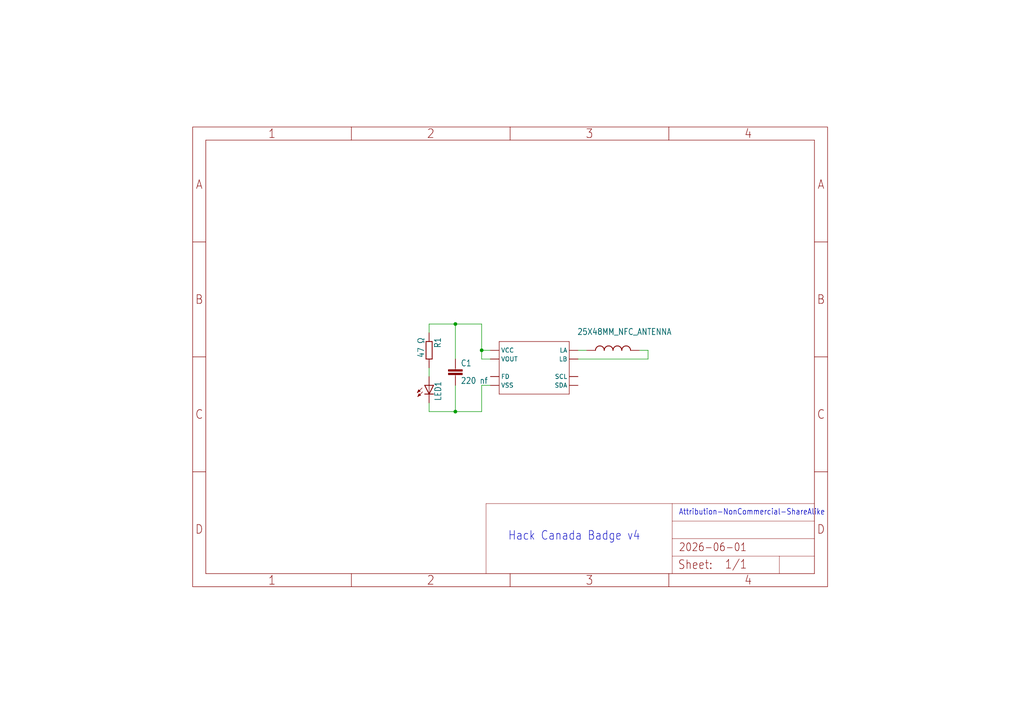
<source format=kicad_sch>
(kicad_sch (version 20231120) (generator "eeschema") (generator_version "8.0")
  (paper "A4")
  (lib_symbols
    (symbol "F71CEPLJRETY32Q-eagle-import:25X48MM_NFC_ANTENNA"
      (symbol "25X48MM_NFC_ANTENNA_1_0"
        (arc (start 0 -5.08) (mid 1.27 -3.81) (end 0 -2.54) (stroke (width 0.254)))
        (arc (start 0 -2.54) (mid 1.27 -1.27) (end 0 0) (stroke (width 0.254)))
        (arc (start 0 0) (mid 1.27 1.27) (end 0 2.54) (stroke (width 0.254)))
        (arc (start 0 2.54) (mid 1.27 3.81) (end 0 5.08) (stroke (width 0.254)))
        (pin bidirectional line (at 0 7.62 270) (length 2.54) (name "P$1") (number "P$1"))
        (pin bidirectional line (at 0 -7.62 90) (length 2.54) (name "P$2") (number "P$2"))
      )
    )
    (symbol "F71CEPLJRETY32Q-eagle-import:A5L-LOC"
      (symbol "A5L-LOC_1_0"
        (polyline (pts (xy 0 33.3375) (xy 3.81 33.3375)))
        (polyline (pts (xy 0 66.675) (xy 3.81 66.675)))
        (polyline (pts (xy 0 100.0125) (xy 3.81 100.0125)))
        (polyline (pts (xy 3.81 3.81) (xy 3.81 129.54)))
        (polyline (pts (xy 46.0375 0) (xy 46.0375 3.81)))
        (polyline (pts (xy 46.0375 129.54) (xy 46.0375 133.35)))
        (polyline (pts (xy 85.09 3.81) (xy 85.09 24.13)) (stroke (width 0.1016)))
        (polyline (pts (xy 85.09 24.13) (xy 139.065 24.13)) (stroke (width 0.1016)))
        (polyline (pts (xy 92.075 0) (xy 92.075 3.81)))
        (polyline (pts (xy 92.075 129.54) (xy 92.075 133.35)))
        (polyline (pts (xy 138.1125 0) (xy 138.1125 3.81)))
        (polyline (pts (xy 138.1125 129.54) (xy 138.1125 133.35)))
        (polyline (pts (xy 139.065 8.89) (xy 139.065 3.81)) (stroke (width 0.1016)))
        (polyline (pts (xy 139.065 8.89) (xy 139.065 13.97)) (stroke (width 0.1016)))
        (polyline (pts (xy 139.065 13.97) (xy 139.065 19.05)) (stroke (width 0.1016)))
        (polyline (pts (xy 139.065 13.97) (xy 180.34 13.97)) (stroke (width 0.1016)))
        (polyline (pts (xy 139.065 19.05) (xy 139.065 24.13)) (stroke (width 0.1016)))
        (polyline (pts (xy 139.065 19.05) (xy 180.34 19.05)) (stroke (width 0.1016)))
        (polyline (pts (xy 139.065 24.13) (xy 180.34 24.13)) (stroke (width 0.1016)))
        (polyline (pts (xy 170.18 3.81) (xy 170.18 8.89)) (stroke (width 0.1016)))
        (polyline (pts (xy 170.18 8.89) (xy 139.065 8.89)) (stroke (width 0.1016)))
        (polyline (pts (xy 170.18 8.89) (xy 180.34 8.89)) (stroke (width 0.1016)))
        (polyline (pts (xy 180.34 3.81) (xy 3.81 3.81)))
        (polyline (pts (xy 180.34 3.81) (xy 180.34 129.54)))
        (polyline (pts (xy 180.34 33.3375) (xy 184.15 33.3375)))
        (polyline (pts (xy 180.34 66.675) (xy 184.15 66.675)))
        (polyline (pts (xy 180.34 100.0125) (xy 184.15 100.0125)))
        (polyline (pts (xy 180.34 129.54) (xy 3.81 129.54)))
        (polyline (pts (xy 0 0) (xy 184.15 0) (xy 184.15 133.35) (xy 0 133.35) (xy 0 0)))
        (text "${#}/${##}" (at 154.305 5.08 0) (effects (font (size 2.54 2.159)) (justify left bottom)))
        (text "${CURRENT_DATE}" (at 140.97 10.16 0) (effects (font (size 2.286 1.9431)) (justify left bottom)))
        (text "${PROJECTNAME}" (at 140.97 15.24 0) (effects (font (size 2.54 2.159)) (justify left bottom)))
        (text "1" (at 23.0188 1.905 0) (effects (font (size 2.54 2.286))))
        (text "1" (at 23.0188 131.445 0) (effects (font (size 2.54 2.286))))
        (text "2" (at 69.0563 1.905 0) (effects (font (size 2.54 2.286))))
        (text "2" (at 69.0563 131.445 0) (effects (font (size 2.54 2.286))))
        (text "3" (at 115.0938 1.905 0) (effects (font (size 2.54 2.286))))
        (text "3" (at 115.0938 131.445 0) (effects (font (size 2.54 2.286))))
        (text "4" (at 161.1313 1.905 0) (effects (font (size 2.54 2.286))))
        (text "4" (at 161.1313 131.445 0) (effects (font (size 2.54 2.286))))
        (text "A" (at 1.905 116.6813 0) (effects (font (size 2.54 2.286))))
        (text "A" (at 182.245 116.6813 0) (effects (font (size 2.54 2.286))))
        (text "B" (at 1.905 83.3438 0) (effects (font (size 2.54 2.286))))
        (text "B" (at 182.245 83.3438 0) (effects (font (size 2.54 2.286))))
        (text "C" (at 1.905 50.0063 0) (effects (font (size 2.54 2.286))))
        (text "C" (at 182.245 50.0063 0) (effects (font (size 2.54 2.286))))
        (text "D" (at 1.905 16.6688 0) (effects (font (size 2.54 2.286))))
        (text "D" (at 182.245 16.6688 0) (effects (font (size 2.54 2.286))))
        (text "Sheet:" (at 140.716 4.953 0) (effects (font (size 2.54 2.159)) (justify left bottom)))
      )
    )
    (symbol "F71CEPLJRETY32Q-eagle-import:C-EUC0603"
      (property "Reference" "C" (at 1.524 0.381 0))
      (symbol "C-EUC0603_1_0"
        (rectangle (start -2.032 -2.032) (end 2.032 -1.524) (fill (type outline)))
        (rectangle (start -2.032 -1.016) (end 2.032 -0.508) (fill (type outline)))
        (polyline (pts (xy 0 -2.54) (xy 0 -2.032)) (stroke (width 0.1524)))
        (polyline (pts (xy 0 0) (xy 0 -0.508)) (stroke (width 0.1524)))
        (pin passive line (at 0 2.54 270) (length 2.54) (name "1") (number "1"))
        (pin passive line (at 0 -5.08 90) (length 2.54) (name "2") (number "2"))
      )
    )
    (symbol "F71CEPLJRETY32Q-eagle-import:LEDSML0805"
      (property "Reference" "LED" (at 3.556 -4.572 90))
      (symbol "LEDSML0805_1_0"
        (polyline (pts (xy -2.032 -0.762) (xy -3.429 -2.159)) (stroke (width 0.1524)))
        (polyline (pts (xy -1.905 -1.905) (xy -3.302 -3.302)) (stroke (width 0.1524)))
        (polyline (pts (xy 0 -2.54) (xy -1.27 -2.54)) (stroke (width 0.254)))
        (polyline (pts (xy 0 -2.54) (xy -1.27 0)) (stroke (width 0.254)))
        (polyline (pts (xy 0 0) (xy -1.27 0)) (stroke (width 0.254)))
        (polyline (pts (xy 0 0) (xy 0 -2.54)) (stroke (width 0.1524)))
        (polyline (pts (xy 1.27 -2.54) (xy 0 -2.54)) (stroke (width 0.254)))
        (polyline (pts (xy 1.27 0) (xy 0 -2.54)) (stroke (width 0.254)))
        (polyline (pts (xy 1.27 0) (xy 0 0)) (stroke (width 0.254)))
        (polyline (pts (xy -3.429 -2.159) (xy -3.048 -1.27) (xy -2.54 -1.778)) (stroke (width 0.1524)) (fill (type outline)))
        (polyline (pts (xy -3.302 -3.302) (xy -2.921 -2.413) (xy -2.413 -2.921)) (stroke (width 0.1524)) (fill (type outline)))
        (pin passive line (at 0 2.54 270) (length 2.54) (name "A") (number "A"))
        (pin passive line (at 0 -5.08 90) (length 2.54) (name "C") (number "C"))
      )
    )
    (symbol "F71CEPLJRETY32Q-eagle-import:NT3H"
      (symbol "NT3H_1_0"
        (polyline (pts (xy -10.16 -7.62) (xy 10.16 -7.62)) (stroke (width 0.1524)))
        (polyline (pts (xy -10.16 7.62) (xy -10.16 -7.62)) (stroke (width 0.1524)))
        (polyline (pts (xy 10.16 -7.62) (xy 10.16 7.62)) (stroke (width 0.1524)))
        (polyline (pts (xy 10.16 7.62) (xy -10.16 7.62)) (stroke (width 0.1524)))
        (pin bidirectional line (at -12.7 -2.54 0) (length 2.54) (name "FD") (number "FD"))
        (pin bidirectional line (at 12.7 5.08 180) (length 2.54) (name "LA") (number "LA"))
        (pin bidirectional line (at 12.7 2.54 180) (length 2.54) (name "LB") (number "LB"))
        (pin bidirectional line (at 12.7 -2.54 180) (length 2.54) (name "SCL") (number "SCL"))
        (pin bidirectional line (at 12.7 -5.08 180) (length 2.54) (name "SDA") (number "SDA"))
        (pin bidirectional line (at -12.7 5.08 0) (length 2.54) (name "VCC") (number "VCC"))
        (pin bidirectional line (at -12.7 2.54 0) (length 2.54) (name "VOUT") (number "VOUT"))
        (pin bidirectional line (at -12.7 -5.08 0) (length 2.54) (name "VSS") (number "VSS"))
      )
    )
    (symbol "F71CEPLJRETY32Q-eagle-import:R-EU_R0603"
      (property "Reference" "R" (at -3.81 1.4986 0))
      (symbol "R-EU_R0603_1_0"
        (polyline (pts (xy -2.54 -0.889) (xy -2.54 0.889)) (stroke (width 0.254)))
        (polyline (pts (xy -2.54 -0.889) (xy 2.54 -0.889)) (stroke (width 0.254)))
        (polyline (pts (xy 2.54 -0.889) (xy 2.54 0.889)) (stroke (width 0.254)))
        (polyline (pts (xy 2.54 0.889) (xy -2.54 0.889)) (stroke (width 0.254)))
        (pin passive line (at -5.08 0 0) (length 2.54) (name "1") (number "1"))
        (pin passive line (at 5.08 0 180) (length 2.54) (name "2") (number "2"))
      )
    )
  )
  (junction (at 139.7 101.6))
  (junction (at 132.08 93.98))
  (junction (at 132.08 119.38))
  (wire (pts (xy 142.24 101.6) (xy 139.7 101.6)) (stroke (width 0.1524)))
  (wire (pts (xy 139.7 111.76) (xy 139.7 119.38)) (stroke (width 0.1524)))
  (wire (pts (xy 139.7 101.6) (xy 139.7 93.98)) (stroke (width 0.1524)))
  (wire (pts (xy 132.08 104.14) (xy 132.08 93.98)) (stroke (width 0.1524)))
  (wire (pts (xy 185.42 101.6) (xy 187.96 101.6)) (stroke (width 0.1524)))
  (wire (pts (xy 139.7 104.14) (xy 142.24 104.14)) (stroke (width 0.1524)))
  (wire (pts (xy 124.46 116.84) (xy 124.46 119.38)) (stroke (width 0.1524)))
  (wire (pts (xy 167.64 101.6) (xy 170.18 101.6)) (stroke (width 0.1524)))
  (wire (pts (xy 187.96 101.6) (xy 187.96 104.14)) (stroke (width 0.1524)))
  (wire (pts (xy 132.08 111.76) (xy 132.08 119.38)) (stroke (width 0.1524)))
  (wire (pts (xy 139.7 119.38) (xy 132.08 119.38)) (stroke (width 0.1524)))
  (wire (pts (xy 132.08 119.38) (xy 124.46 119.38)) (stroke (width 0.1524)))
  (wire (pts (xy 187.96 104.14) (xy 167.64 104.14)) (stroke (width 0.1524)))
  (wire (pts (xy 139.7 93.98) (xy 132.08 93.98)) (stroke (width 0.1524)))
  (wire (pts (xy 139.7 101.6) (xy 139.7 104.14)) (stroke (width 0.1524)))
  (wire (pts (xy 132.08 93.98) (xy 124.46 93.98)) (stroke (width 0.1524)))
  (wire (pts (xy 124.46 93.98) (xy 124.46 96.52)) (stroke (width 0.1524)))
  (wire (pts (xy 124.46 109.22) (xy 124.46 106.68)) (stroke (width 0.1524)))
  (wire (pts (xy 142.24 111.76) (xy 139.7 111.76)) (stroke (width 0.1524)))
  (text "Hack Canada Badge v4" (at 147.32 156.972 0) (effects (font (size 2.54 2.159)) (justify left bottom)))
  (text "Attribution-NonCommercial-ShareAlike" (at 196.85 149.606 0) (effects (font (size 1.6764 1.4249)) (justify left bottom)))
  (symbol (lib_id "F71CEPLJRETY32Q-eagle-import:R-EU_R0603") (at 124.46 101.6 270) (unit 1)
    (property "Reference" "R1" (at 125.9586 97.79 0) (effects (font (size 1.778 1.5113)) (justify left bottom)))
    (property "Value" "47 Ω" (at 121.158 97.79 0) (effects (font (size 1.778 1.5113)) (justify left bottom)))
    (property "Footprint" "F71CEPLJRETY32Q:R0603" (effects (hide yes)))
  )
  (symbol (lib_id "F71CEPLJRETY32Q-eagle-import:25X48MM_NFC_ANTENNA") (at 177.8 101.6 270) (mirror x) (unit 1)
    (property "Reference" "ANT0" (effects (hide yes)))
    (property "Value" "25X48MM_NFC_ANTENNA" (at 167.386 95.25 90) (effects (font (size 1.778 1.5113)) (justify left bottom)))
    (property "Footprint" "F71CEPLJRETY32Q:25X48MM_NFC" (effects (hide yes)))
  )
  (symbol (lib_id "F71CEPLJRETY32Q-eagle-import:NT3H") (at 154.94 106.68 0) (unit 1)
    (property "Reference" "NT3H1101" (effects (hide yes)))
    (property "Value" "NT3H" (effects (hide yes)))
    (property "Footprint" "F71CEPLJRETY32Q:XQFN8" (effects (hide yes)))
  )
  (symbol (lib_id "F71CEPLJRETY32Q-eagle-import:C-EUC0603") (at 132.08 106.68 0) (unit 1)
    (property "Reference" "C1" (at 133.604 106.299 0) (effects (font (size 1.778 1.5113)) (justify left bottom)))
    (property "Value" "220 nf" (at 133.604 111.379 0) (effects (font (size 1.778 1.5113)) (justify left bottom)))
    (property "Footprint" "F71CEPLJRETY32Q:C0603" (effects (hide yes)))
  )
  (symbol (lib_id "F71CEPLJRETY32Q-eagle-import:A5L-LOC") (at 55.88 170.18 0) (unit 1)
    (property "Reference" "#FRAME1" (effects (hide yes)))
    (property "Value" "A5L-LOC" (effects (hide yes)))
  )
  (symbol (lib_id "F71CEPLJRETY32Q-eagle-import:LEDSML0805") (at 124.46 111.76 0) (unit 1)
    (property "Reference" "LED1" (at 128.016 116.332 90) (effects (font (size 1.778 1.5113)) (justify left bottom)))
    (property "Value" "LEDSML0805" (effects (hide yes)))
    (property "Footprint" "F71CEPLJRETY32Q:SML0805" (effects (hide yes)))
  )
)
</source>
